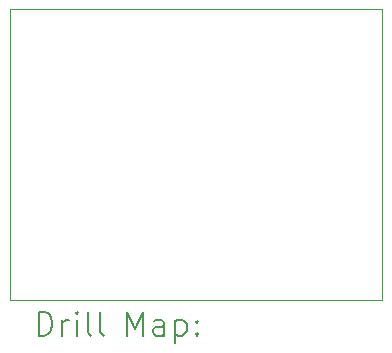
<source format=gbr>
%TF.GenerationSoftware,KiCad,Pcbnew,(7.0.0)*%
%TF.CreationDate,2024-01-29T17:46:37-05:00*%
%TF.ProjectId,BPF-Eval-Board,4250462d-4576-4616-9c2d-426f6172642e,rev?*%
%TF.SameCoordinates,Original*%
%TF.FileFunction,Drillmap*%
%TF.FilePolarity,Positive*%
%FSLAX45Y45*%
G04 Gerber Fmt 4.5, Leading zero omitted, Abs format (unit mm)*
G04 Created by KiCad (PCBNEW (7.0.0)) date 2024-01-29 17:46:37*
%MOMM*%
%LPD*%
G01*
G04 APERTURE LIST*
%ADD10C,0.100000*%
%ADD11C,0.200000*%
G04 APERTURE END LIST*
D10*
X13411200Y-8280400D02*
X16560800Y-8280400D01*
X16560800Y-8280400D02*
X16560800Y-10744200D01*
X16560800Y-10744200D02*
X13411200Y-10744200D01*
X13411200Y-10744200D02*
X13411200Y-8280400D01*
D11*
X13653819Y-11042676D02*
X13653819Y-10842676D01*
X13653819Y-10842676D02*
X13701438Y-10842676D01*
X13701438Y-10842676D02*
X13730009Y-10852200D01*
X13730009Y-10852200D02*
X13749057Y-10871248D01*
X13749057Y-10871248D02*
X13758581Y-10890295D01*
X13758581Y-10890295D02*
X13768105Y-10928390D01*
X13768105Y-10928390D02*
X13768105Y-10956962D01*
X13768105Y-10956962D02*
X13758581Y-10995057D01*
X13758581Y-10995057D02*
X13749057Y-11014105D01*
X13749057Y-11014105D02*
X13730009Y-11033152D01*
X13730009Y-11033152D02*
X13701438Y-11042676D01*
X13701438Y-11042676D02*
X13653819Y-11042676D01*
X13853819Y-11042676D02*
X13853819Y-10909343D01*
X13853819Y-10947438D02*
X13863343Y-10928390D01*
X13863343Y-10928390D02*
X13872867Y-10918867D01*
X13872867Y-10918867D02*
X13891914Y-10909343D01*
X13891914Y-10909343D02*
X13910962Y-10909343D01*
X13977628Y-11042676D02*
X13977628Y-10909343D01*
X13977628Y-10842676D02*
X13968105Y-10852200D01*
X13968105Y-10852200D02*
X13977628Y-10861724D01*
X13977628Y-10861724D02*
X13987152Y-10852200D01*
X13987152Y-10852200D02*
X13977628Y-10842676D01*
X13977628Y-10842676D02*
X13977628Y-10861724D01*
X14101438Y-11042676D02*
X14082390Y-11033152D01*
X14082390Y-11033152D02*
X14072867Y-11014105D01*
X14072867Y-11014105D02*
X14072867Y-10842676D01*
X14206200Y-11042676D02*
X14187152Y-11033152D01*
X14187152Y-11033152D02*
X14177628Y-11014105D01*
X14177628Y-11014105D02*
X14177628Y-10842676D01*
X14402390Y-11042676D02*
X14402390Y-10842676D01*
X14402390Y-10842676D02*
X14469057Y-10985533D01*
X14469057Y-10985533D02*
X14535724Y-10842676D01*
X14535724Y-10842676D02*
X14535724Y-11042676D01*
X14716676Y-11042676D02*
X14716676Y-10937914D01*
X14716676Y-10937914D02*
X14707152Y-10918867D01*
X14707152Y-10918867D02*
X14688105Y-10909343D01*
X14688105Y-10909343D02*
X14650009Y-10909343D01*
X14650009Y-10909343D02*
X14630962Y-10918867D01*
X14716676Y-11033152D02*
X14697628Y-11042676D01*
X14697628Y-11042676D02*
X14650009Y-11042676D01*
X14650009Y-11042676D02*
X14630962Y-11033152D01*
X14630962Y-11033152D02*
X14621438Y-11014105D01*
X14621438Y-11014105D02*
X14621438Y-10995057D01*
X14621438Y-10995057D02*
X14630962Y-10976010D01*
X14630962Y-10976010D02*
X14650009Y-10966486D01*
X14650009Y-10966486D02*
X14697628Y-10966486D01*
X14697628Y-10966486D02*
X14716676Y-10956962D01*
X14811914Y-10909343D02*
X14811914Y-11109343D01*
X14811914Y-10918867D02*
X14830962Y-10909343D01*
X14830962Y-10909343D02*
X14869057Y-10909343D01*
X14869057Y-10909343D02*
X14888105Y-10918867D01*
X14888105Y-10918867D02*
X14897628Y-10928390D01*
X14897628Y-10928390D02*
X14907152Y-10947438D01*
X14907152Y-10947438D02*
X14907152Y-11004581D01*
X14907152Y-11004581D02*
X14897628Y-11023629D01*
X14897628Y-11023629D02*
X14888105Y-11033152D01*
X14888105Y-11033152D02*
X14869057Y-11042676D01*
X14869057Y-11042676D02*
X14830962Y-11042676D01*
X14830962Y-11042676D02*
X14811914Y-11033152D01*
X14992867Y-11023629D02*
X15002390Y-11033152D01*
X15002390Y-11033152D02*
X14992867Y-11042676D01*
X14992867Y-11042676D02*
X14983343Y-11033152D01*
X14983343Y-11033152D02*
X14992867Y-11023629D01*
X14992867Y-11023629D02*
X14992867Y-11042676D01*
X14992867Y-10918867D02*
X15002390Y-10928390D01*
X15002390Y-10928390D02*
X14992867Y-10937914D01*
X14992867Y-10937914D02*
X14983343Y-10928390D01*
X14983343Y-10928390D02*
X14992867Y-10918867D01*
X14992867Y-10918867D02*
X14992867Y-10937914D01*
M02*

</source>
